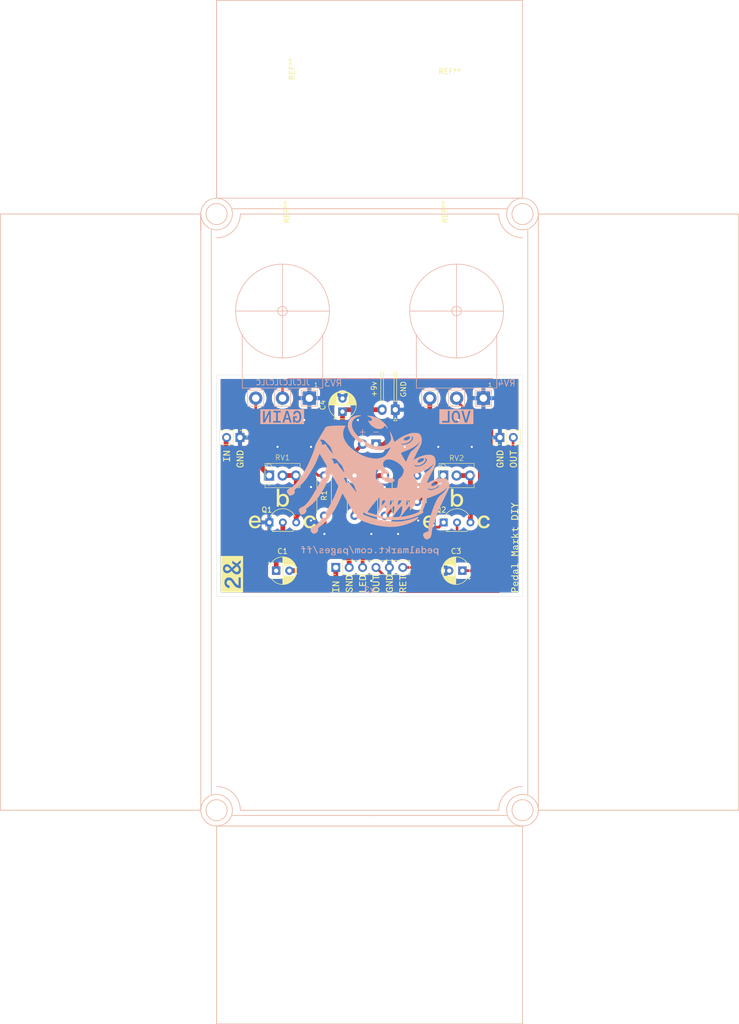
<source format=kicad_pcb>
(kicad_pcb (version 20211014) (generator pcbnew)
  (layers (0 "F.Cu" signal) (31 "B.Cu" signal) (34 "B.Paste" user) (35 "F.Paste" user) (36 "B.SilkS" user "B.Silkscreen") (37 "F.SilkS" user "F.Silkscreen") (38 "B.Mask" user) (39 "F.Mask" user) (44 "Edge.Cuts" user))
  (net 0 "")
  (net 1 "Net-(C1-Pad1)")
  (net 2 "Net-(C2-Pad2)")
  (net 3 "Net-(C2-Pad1)")
  (net 4 "GND")
  (net 5 "+9V")
  (net 6 "LED_GND")
  (net 7 "Net-(D1-Pad2)")
  (net 8 "Net-(Q2-Pad1)")
  (net 9 "IN")
  (net 10 "Net-(C3-Pad1)")
  (net 11 "OUT")
  (net 12 "Net-(Q2-Pad3)")
  (net 13 "FX_IN")
  (net 14 "FX_OUT")
  (net 15 "Net-(Q1-Pad3)")
  (footprint "MBv3 potentiometers:16MM_B.MOUNT_BANZAI" (layer "F.Cu") (at 116.5 78.4)
    (fp_text reference "RV4" (at 9.484 -2.835) (layer "B.SilkS") (effects (font (size 1.2065 1.2065) (thickness 0.1524)) (justify mirror)))
    (fp_text value "A500K" hide)
    (fp_text user "1" (at 6.35 -2.54) (layer "F.SilkS") (effects (font (size 0.77216 0.77216) (thickness 0.097536))))
    (pad "1" thru_hole rect locked (at 5.08 0 180) (size 2.54 2.54) (drill 1.4) (layers *.Cu *.Mask) (net 4 "GND"))
    (pad "2" thru_hole oval locked (at 0 0 180) (size 2.54 2.54) (drill 1.4) (layers *.Cu *.Mask) (net 14 "FX_OUT"))
    (pad "3" thru_hole oval locked (at -5.08 0 180) (size 2.54 2.54) (drill 1.4) (layers *.Cu *.Mask) (net 3 "Net-(C2-Pad1)"))
  )
  (footprint "MBv3 potentiometers:16MM_B.MOUNT_BANZAI" (layer "F.Cu") (at 83.5 78.4)
    (fp_text reference "RV3" (at 9.591 -2.835) (layer "B.SilkS") (effects (font (size 1.2065 1.2065) (thickness 0.1524)) (justify mirror)))
    (fp_text value "B1K" hide)
    (fp_text user "1" (at 6.35 -2.54) (layer "F.SilkS") (effects (font (size 0.77216 0.77216) (thickness 0.097536))))
    (pad "1" thru_hole rect locked (at 5.08 0 180) (size 2.54 2.54) (drill 1.4) (layers *.Cu *.Mask) (net 4 "GND"))
    (pad "2" thru_hole oval locked (at 0 0 180) (size 2.54 2.54) (drill 1.4) (layers *.Cu *.Mask) (net 10 "Net-(C3-Pad1)"))
    (pad "3" thru_hole oval locked (at -5.08 0 180) (size 2.54 2.54) (drill 1.4) (layers *.Cu *.Mask) (net 8 "Net-(Q2-Pad1)"))
  )
  (footprint "pedal-component-footprint:Tayda 6.35mm Jack Side" (layer "F.Cu") (at 84.8 43.1 -90)
    (fp_text reference "REF**" (at 0 0.5 90) (layer "F.SilkS"))
    (fp_text value "Tayda 6.35mm Jack Side")
  )
  (footprint "pedal-component-footprint:Tayda 6.35mm Jack Side" (layer "F.Cu") (at 114.8 43.1 -90)
    (fp_text reference "REF**" (at 0 0.5 90) (layer "F.SilkS"))
    (fp_text value "Tayda 6.35mm Jack Side")
  )
  (footprint "pedal-component-footprint:Tayda 6.35mm Jack Front" (layer "F.Cu") (at 84.8 16 90)
    (fp_text reference "REF**" (at 0 0.5 90) (layer "F.SilkS"))
    (fp_text value "Tayda 6.35mm Jack Front")
  )
  (footprint "pedal-component-footprint:Tayda 6.35mm Jack Front" (layer "F.Cu") (at 115.2 16)
    (fp_text reference "REF**" (at 0 0.5) (layer "F.SilkS"))
    (fp_text value "Tayda 6.35mm Jack Front")
  )
  (footprint "MBv3 enclosures:DC_DRILL" (layer "F.Cu") (at 100 26.1)
    (fp_text reference "" (at 0 0) (layer "F.SilkS") (effects (font (size 1.524 1.524))))
    (fp_text value "" (at 0 0) (layer "F.SilkS") (effects (font (size 1.524 1.524))))
  )
  (footprint "MBv3 enclosures:DC_TOP" (layer "F.Cu") (at 100 38.8)
    (fp_text reference "Ref**" hide)
    (fp_text value "Val**" hide)
  )
  (footprint "MBv3 enclosures:LED" (layer "F.Cu") (at 100 87.3)
    (fp_text reference "Ref**" hide)
    (fp_text value "Val**" hide)
  )
  (footprint "Capacitor_THT:C_Disc_D5.1mm_W3.2mm_P5.00mm" (layer "F.Cu") (at 109.0168 93.0548 -90)
    (fp_text reference "C2" (at 2.5762 -0.0508 90) (layer "F.SilkS"))
    (fp_text value "10n")
    (pad "1" thru_hole circle locked (at 0 0 270) (size 1.6 1.6) (drill 0.8) (layers *.Cu *.Mask) (net 3 "Net-(C2-Pad1)"))
    (pad "2" thru_hole circle locked (at 5 0 270) (size 1.6 1.6) (drill 0.8) (layers *.Cu *.Mask) (net 2 "Net-(C2-Pad2)"))
  )
  (footprint "Capacitor_THT:CP_Radial_D5.0mm_P2.50mm" (layer "F.Cu") (at 94.869 80.961113 90)
    (fp_text reference "C4" (at 1.25 -3.75 90) (layer "F.SilkS"))
    (fp_text value "47u")
    (pad "1" thru_hole rect locked (at 0 0 90) (size 1.6 1.6) (drill 0.8) (layers *.Cu *.Mask) (net 5 "+9V"))
    (pad "2" thru_hole circle locked (at 2.5 0 90) (size 1.6 1.6) (drill 0.8) (layers *.Cu *.Mask) (net 4 "GND"))
  )
  (footprint "Resistor_THT:R_Axial_DIN0207_L6.3mm_D2.5mm_P7.62mm_Horizontal" (layer "F.Cu") (at 91.3892 93.0656 -90)
    (fp_text reference "R1" (at 3.7846 0 90) (layer "F.SilkS"))
    (fp_text value "100K")
    (pad "1" thru_hole circle locked (at 0 0 270) (size 1.6 1.6) (drill 0.8) (layers *.Cu *.Mask) (net 8 "Net-(Q2-Pad1)"))
    (pad "2" thru_hole oval locked (at 7.62 0 270) (size 1.6 1.6) (drill 0.8) (layers *.Cu *.Mask) (net 1 "Net-(C1-Pad1)"))
  )
  (footprint "Resistor_THT:R_Axial_DIN0207_L6.3mm_D2.5mm_P7.62mm_Horizontal" (layer "F.Cu") (at 102.9076 100.6856 90)
    (fp_text reference "R3" (at 3.81 -0.0122 90) (layer "F.SilkS"))
    (fp_text value "470")
    (pad "1" thru_hole circle locked (at 0 0 90) (size 1.6 1.6) (drill 0.8) (layers *.Cu *.Mask) (net 2 "Net-(C2-Pad2)"))
    (pad "2" thru_hole oval locked (at 7.62 0 90) (size 1.6 1.6) (drill 0.8) (layers *.Cu *.Mask) (net 5 "+9V"))
  )
  (footprint "MBv3 potentiometers:Trim_Multi_turns" (layer "F.Cu") (at 116.5 93.0656 180)
    (fp_text reference "RV2" (at 0 3.3) (layer "F.SilkS") (effects (font (thickness 0.1))))
    (fp_text value "100K" hide)
    (fp_text user "1" (at 2.5 -1.5) (layer "F.SilkS") (effects (font (size 0.77216 0.77216) (thickness 0.065024))))
    (pad "1" thru_hole rect locked (at 2.54 0 180) (size 1.9304 1.9304) (drill 1.1) (layers *.Cu *.Mask) (net 2 "Net-(C2-Pad2)"))
    (pad "2" thru_hole oval locked (at 0 0 180) (size 1.9304 1.9304) (drill 1.1) (layers *.Cu *.Mask) (net 12 "Net-(Q2-Pad3)"))
    (pad "3" thru_hole oval locked (at -2.54 0 180) (size 1.9304 1.9304) (drill 1.1) (layers *.Cu *.Mask) (net 12 "Net-(Q2-Pad3)"))
  )
  (footprint "MBv3 enclosures:125B" (layer "F.Cu") (at 100 100)
    (fp_text reference "")
    (fp_text value "")
  )
  (footprint "Capacitor_THT:CP_Radial_D5.0mm_P2.50mm" (layer "F.Cu") (at 117.6 111.0996 180)
    (fp_text reference "C3" (at 1.1918 3.683) (layer "F.SilkS"))
    (fp_text value "22u")
    (pad "1" thru_hole rect locked (at 0 0 180) (size 1.6 1.6) (drill 0.8) (layers *.Cu *.Mask) (net 10 "Net-(C3-Pad1)"))
    (pad "2" thru_hole circle locked (at 2.5 0 180) (size 1.6 1.6) (drill 0.8) (layers *.Cu *.Mask) (net 4 "GND"))
  )
  (footprint "Capacitor_THT:CP_Radial_D5.0mm_P2.50mm" (layer "F.Cu") (at 82.3 111.0996)
    (fp_text reference "C1" (at 1.2 -3.683) (layer "F.SilkS"))
    (fp_text value "2.2u")
    (pad "1" thru_hole rect locked (at 0 0) (size 1.6 1.6) (drill 0.8) (layers *.Cu *.Mask) (net 1 "Net-(C1-Pad1)"))
    (pad "2" thru_hole circle locked (at 2.5 0) (size 1.6 1.6) (drill 0.8) (layers *.Cu *.Mask) (net 13 "FX_IN"))
  )
  (footprint "MBv3 potentiometers:Trim_Multi_turns" (layer "F.Cu") (at 83.5 93.0656 180)
    (fp_text reference "RV1" (at 0 3.4) (layer "F.SilkS") (effects (font (thickness 0.1))))
    (fp_text value "100K" hide)
    (fp_text user "1" (at 2.5 -1.5) (layer "F.SilkS") (effects (font (size 0.77216 0.77216) (thickness 0.065024))))
    (pad "1" thru_hole rect locked (at 2.54 0 180) (size 1.9304 1.9304) (drill 1.1) (layers *.Cu *.Mask) (net 5 "+9V"))
    (pad "2" thru_hole oval locked (at 0 0 180) (size 1.9304 1.9304) (drill 1.1) (layers *.Cu *.Mask) (net 15 "Net-(Q1-Pad3)"))
    (pad "3" thru_hole oval locked (at -2.54 0 180) (size 1.9304 1.9304) (drill 1.1) (layers *.Cu *.Mask) (net 15 "Net-(Q1-Pad3)"))
  )
  (footprint "kibuzzard-6618FEAA" (layer "F.Cu") (at 124.714 89.916 90)
    (fp_text reference "kibuzzard-6618FEAA" hide)
    (fp_text value "G***" hide)
  )
  (footprint "Resistor_THT:R_Axial_DIN0207_L6.3mm_D2.5mm_P7.62mm_Horizontal" (layer "F.Cu") (at 97.1484 93.0656 -90)
    (fp_text reference "R2" (at 3.8354 -0.032 90) (layer "F.SilkS"))
    (fp_text value "Rled")
    (pad "1" thru_hole circle (at 0 0 270) (size 1.6 1.6) (drill 0.8) (layers *.Cu *.Mask) (net 7 "Net-(D1-Pad2)"))
    (pad "2" thru_hole oval (at 7.62 0 270) (size 1.6 1.6) (drill 0.8) (layers *.Cu *.Mask) (net 5 "+9V"))
  )
  (footprint "Connector_JST:JST_XH_S2B-XH-A-1_1x02_P2.50mm_Horizontal" (layer "F.Cu") (at 104.882 80.59 180)
    (fp_text reference "J1" hide)
    (fp_text value "+9v" (at 4.044 3.882 270) (layer "F.SilkS"))
    (pad "1" thru_hole roundrect (at 0 0 180) (size 1.7 2) (drill 1) (layers *.Cu *.Mask) (roundrect_rratio 0.1470588235) (net 4 "GND"))
    (pad "2" thru_hole oval (at 2.5 0 180) (size 1.7 2) (drill 1) (layers *.Cu *.Mask) (net 5 "+9V"))
  )
  (footprint "kibuzzard-6618FE9C" (layer "F.Cu") (at 98.679 113.5634 90)
    (fp_text reference "kibuzzard-6618FE9C" hide)
    (fp_text value "G***" hide)
  )
  (footprint "Connector_PinHeader_2.54mm:PinHeader_1x06_P2.54mm_Vertical" (layer "F.Cu") (at 93.599 110.49 90)
    (fp_text reference "J2" hide)
    (fp_text value "Conn_01x06_Female")
    (pad "1" thru_hole rect (at 0 0 90) (size 1.7 1.7) (drill 1) (layers *.Cu *.Mask) (net 9 "IN"))
    (pad "2" thru_hole oval (at 0 2.54 90) (size 1.7 1.7) (drill 1) (layers *.Cu *.Mask) (net 13 "FX_IN"))
    (pad "3" thru_hole oval (at 0 5.08 90) (size 1.7 1.7) (drill 1) (layers *.Cu *.Mask) (net 6 "LED_GND"))
    (pad "4" thru_hole oval (at 0 7.62 90) (size 1.7 1.7) (drill 1) (layers *.Cu *.Mask) (net 11 "OUT"))
    (pad "5" thru_hole oval (at 0 10.16 90) (size 1.7 1.7) (drill 1) (layers *.Cu *.Mask) (net 4 "GND"))
    (pad "6" thru_hole oval (at 0 12.7 90) (size 1.7 1.7) (drill 1) (layers *.Cu *.Mask) (net 14 "FX_OUT"))
  )
  (footprint "kibuzzard-6618FEB1" (layer "F.Cu") (at 106.299 113.5634 90)
    (fp_text reference "kibuzzard-6618FEB1" hide)
    (fp_text value "G***" hide)
  )
  (footprint "Package_TO_SOT_THT:TO-92L_Inline_Wide" (layer "F.Cu") (at 81.016 101.9556)
    (fp_text reference "Q1" (at -0.498 -2.3876) (layer "F.SilkS"))
    (fp_text value "Q_NPN_EBC")
    (pad "1" thru_hole rect (at 0 0) (size 1.5 1.5) (drill 0.8) (layers *.Cu *.Mask) (net 4 "GND"))
    (pad "2" thru_hole circle (at 2.54 0) (size 1.5 1.5) (drill 0.8) (layers *.Cu *.Mask) (net 1 "Net-(C1-Pad1)"))
    (pad "3" thru_hole circle (at 5.08 0) (size 1.5 1.5) (drill 0.8) (layers *.Cu *.Mask) (net 15 "Net-(Q1-Pad3)"))
  )
  (footprint "kibuzzard-6618FE8B" (layer "F.Cu") (at 93.599 114.173 90)
    (fp_text reference "kibuzzard-6618FE8B" hide)
    (fp_text value "G***" hide)
  )
  (footprint "kibuzzard-6618FEA0" (layer "F.Cu") (at 101.219 113.5634 90)
    (fp_text reference "kibuzzard-6618FEA0" hide)
    (fp_text value "G***" hide)
  )
  (footprint "kibuzzard-6618FB68" (layer "F.Cu") (at 111.252 101.854)
    (fp_text reference "kibuzzard-6618FB68" hide)
    (fp_text value "G***" hide)
  )
  (footprint "kibuzzard-6618FB6D" (layer "F.Cu") (at 116.586 97.282)
    (fp_text reference "kibuzzard-6618FB6D" hide)
    (fp_text value "G***" hide)
  )
  (footprint "kibuzzard-6619005A" (layer "F.Cu") (at 73.914 111.76 90)
    (fp_text reference "kibuzzard-6619005A" hide)
    (fp_text value "G***" hide)
  )
  (footprint "Connector_PinHeader_2.54mm:PinHeader_1x02_P2.54mm_Vertical" (layer "F.Cu") (at 75.438 85.852 -90)
    (fp_text reference "J4" hide)
    (fp_text value "Conn_01x02_Female" hide)
    (pad "1" thru_hole rect (at 0 0 270) (size 1.7 1.7) (drill 1) (layers *.Cu *.Mask) (net 4 "GND"))
    (pad "2" thru_hole oval (at 0 2.54 270) (size 1.7 1.7) (drill 1) (layers *.Cu *.Mask) (net 9 "IN"))
  )
  (footprint "Package_TO_SOT_THT:TO-92L_Inline_Wide" (layer "F.Cu") (at 114.046 101.9556)
    (fp_text reference "Q2" (at -0.508 -2.3876) (layer "F.SilkS"))
    (fp_text value "Q_NPN_EBC")
    (pad "1" thru_hole rect (at 0 0) (size 1.5 1.5) (drill 0.8) (layers *.Cu *.Mask) (net 8 "Net-(Q2-Pad1)"))
    (pad "2" thru_hole circle (at 2.54 0) (size 1.5 1.5) (drill 0.8) (layers *.Cu *.Mask) (net 15 "Net-(Q1-Pad3)"))
    (pad "3" thru_hole circle (at 5.08 0) (size 1.5 1.5) (drill 0.8) (layers *.Cu *.Mask) (net 12 "Net-(Q2-Pad3)"))
  )
  (footprint "kibuzzard-6618FEAA" (layer "F.Cu") (at 103.759 113.5634 90)
    (fp_text reference "kibuzzard-6618FEAA" hide)
    (fp_text value "G***" hide)
  )
  (footprint "kibuzzard-6618FB72" (layer "F.Cu") (at 88.646 101.854)
    (fp_text reference "kibuzzard-6618FB72" hide)
    (fp_text value "G***" hide)
  )
  (footprint "kibuzzard-66190089" (layer "F.Cu") (at 127.508 106.68 90)
    (fp_text reference "kibuzzard-66190089" hide)
    (fp_text value "G***" hide)
  )
  (footprint "kibuzzard-6618FB6D" (layer "F.Cu") (at 83.566 97.282)
    (fp_text reference "kibuzzard-6618FB6D" hide)
    (fp_text value "G***" hide)
  )
  (footprint "kibuzzard-6618FEA0" (layer "F.Cu") (at 127.254 89.916 90)
    (fp_text reference "kibuzzard-6618FEA0" hide)
    (fp_text value "G***" hide)
  )
  (footprint "Connector_PinHeader_2.54mm:PinHeader_1x02_P2.54mm_Vertical" (layer "F.Cu") (at 124.714 85.852 90)
    (fp_text reference "J5" hide)
    (fp_text value "Conn_01x02_Female" hide)
    (pad "1" thru_hole rect (at 0 0 90) (size 1.7 1.7) (drill 1) (layers *.Cu *.Mask) (net 4 "GND"))
    (pad "2" thru_hole oval (at 0 2.54 90) (size 1.7 1.7) (drill 1) (layers *.Cu *.Mask) (net 11 "OUT"))
  )
  (footprint "kibuzzard-6618FB72" (layer "F.Cu") (at 121.666 101.854)
    (fp_text reference "kibuzzard-6618FB72" hide)
    (fp_text value "G***" hide)
  )
  (footprint "kibuzzard-6618FE8B" (layer "F.Cu") (at 72.898 89.408 90)
    (fp_text reference "kibuzzard-6618FE8B" hide)
    (fp_text value "G***" hide)
  )
  (footprint "kibuzzard-6618FEAA" (layer "F.Cu") (at 75.438 89.916 90)
    (fp_text reference "kibuzzard-6618FEAA" hide)
    (fp_text value "G***" hide)
  )
  (footprint "kibuzzard-6618FB68" (layer "F.Cu") (at 78.232 101.854)
    (fp_text reference "kibuzzard-6618FB68" hide)
    (fp_text value "G***" hide)
  )
  (footprint "kibuzzard-6618FE93" (layer "F.Cu") (at 96.139 113.5634 90)
    (fp_text reference "kibuzzard-6618FE93" hide)
    (fp_text value "G***" hide)
  )
  (footprint "graphics:pedalmarkt-logo-30x30" (layer "B.Cu") (at 100.8 95.5 150)
    (fp_text reference "G***" hide)
    (fp_text value "LOGO" hide)
  )
  (footprint "kibuzzard-661903E7" (layer "B.Cu") (at 100.076 114.681 180)
    (fp_text reference "kibuzzard-661903E7" hide)
    (fp_text value "G***" hide)
  )
  (footprint "kibuzzard-661902F7" (layer "B.Cu") (at 83.439 81.915 180)
    (fp_text reference "kibuzzard-661902F7" hide)
    (fp_text value "G***" hide)
  )
  (footprint "kibuzzard-661902B4" (layer "B.Cu") (at 116.459 81.915 180)
    (fp_text reference "kibuzzard-661902B4" hide)
    (fp_text value "G***" hide)
  )
  (footprint "LED_THT:LED_D5.0mm" (layer "B.Cu") (at 101.224 87.122 180)
    (fp_text reference "D1" hide)
    (fp_text value "LED" hide)
    (pad "1" thru_hole rect (at 0 0 180) (size 1.8 1.8) (drill 0.9) (layers *.Cu *.Mask) (net 6 "LED_GND"))
    (pad "2" thru_hole circle (at 2.54 0 180) (size 1.8 1.8) (drill 0.9) (layers *.Cu *.Mask) (net 7 "Net-(D1-Pad2)"))
  )
  (footprint "kibuzzard-6619023A" (layer "B.Cu") (at 100.0252 107.2896 180)
    (fp_text reference "kibuzzard-6619023A" hide)
    (fp_text value "G***" hide)
  )
  (gr_line (start 98.679 84.836) (end 99.187 84.836) (layer "B.SilkS") (width 0.12))
  (gr_line (start 98.679 84.836) (end 98.171 84.836) (layer "B.SilkS") (width 0.12))
  (gr_line (start 101.219 84.836) (end 101.727 84.836) (layer "B.SilkS") (width 0.12))
  (gr_line (start 101.219 84.836) (end 100.711 84.836) (layer "B.SilkS") (width 0.12))
  (gr_line (start 98.679 84.836) (end 98.679 84.328) (layer "B.SilkS") (width 0.12))
  (gr_line (start 98.679 84.836) (end 98.679 85.344) (layer "B.SilkS") (width 0.12))
  (gr_line (start 129 74) (end 71 74) (layer "Edge.Cuts") (width 0.05))
  (gr_line (start 71 116) (end 129 116) (layer "Edge.Cuts") (width 0.05))
  (gr_line (start 129 116) (end 129 74) (layer "Edge.Cuts") (width 0.05))
  (gr_line (start 71 74) (end 71 116) (layer "Edge.Cuts") (width 0.05))
  (gr_text "JLCJLCJLCJLC" (at 83.566 75.438) (layer "B.SilkS") (effects (font (size 1 1)) (justify mirror)))
  (gr_text "GND" (at 106.426 76.708 90) (layer "F.SilkS") (effects (font (size 1 1))))
  (segment (start 82.3 111.0996) (end 82.3 106.803) (width 0.9) (layer "F.Cu") (net 1))
  (segment (start 83.566 105.537) (end 83.556 105.527) (width 0.9) (layer "F.Cu") (net 1))
  (segment (start 91.3892 100.6856) (end 91.3892 102.2858) (width 0.9) (layer "F.Cu") (net 1))
  (segment (start 88.138 105.537) (end 83.566 105.537) (width 0.9) (layer "F.Cu") (net 1))
  (segment (start 91.3892 102.2858) (end 88.138 105.537) (width 0.9) (layer "F.Cu") (net 1))
  (segment (start 82.3 106.803) (end 83.566 105.537) (width 0.9) (layer "F.Cu") (net 1))
  (segment (start 83.556 105.527) (end 83.556 101.9556) (width 0.9) (layer "F.Cu") (net 1))
  (segment (start 105.5384 98.0548) (end 102.9076 100.6856) (width 0.9) (layer "F.Cu") (net 2))
  (segment (start 113.96 93.0656) (end 113.96 93.1116) (width 0.9) (layer "F.Cu") (net 2))
  (segment (start 109.0168 98.0548) (end 105.5384 98.0548) (width 0.9) (layer "F.Cu") (net 2))
  (segment (start 113.96 93.1116) (end 109.0168 98.0548) (width 0.9) (layer "F.Cu") (net 2))
  (segment (start 109.0168 93.0548) (end 109.0168 83.3882) (width 0.9) (layer "F.Cu") (net 3))
  (segment (start 111.42 80.985) (end 111.42 78.4) (width 0.9) (layer "F.Cu") (net 3))
  (segment (start 109.0168 83.3882) (end 111.42 80.985) (width 0.9) (layer "F.Cu") (net 3))
  (via (at 105.41 104.14) (size 0.8) (drill 0.4) (layers "F.Cu" "B.Cu") (net 4))
  (via (at 91.44 104.14) (size 0.8) (drill 0.4) (layers "F.Cu" "B.Cu") (net 4))
  (via (at 102.87 95.25) (size 0.8) (drill 0.4) (layers "F.Cu" "B.Cu") (net 4))
  (via (at 88.9 87.63) (size 0.8) (drill 0.4) (layers "F.Cu" "B.Cu") (net 4))
  (via (at 97.79 82.55) (size 0.8) (drill 0.4) (layers "F.Cu" "B.Cu") (net 4))
  (via (at 100.33 113.03) (size 0.8) (drill 0.4) (layers "F.Cu" "B.Cu") (net 4))
  (via (at 109.22 101.6) (size 0.8) (drill 0.4) (layers "F.Cu" "B.Cu") (net 4))
  (via (at 106.68 87.63) (size 0.8) (drill 0.4) (layers "F.Cu" "B.Cu") (net 4))
  (via (at 88.9 95.25) (size 0.8) (drill 0.4) (layers "F.Cu" "B.Cu") (net 4))
  (via (at 82.55 87.63) (size 0.8) (drill 0.4) (layers "F.Cu" "B.Cu") (net 4))
  (via (at 100.33 104.14) (size 0.8) (drill 0.4) (layers "F.Cu" "B.Cu") (net 4))
  (via (at 119.38 87.63) (size 0.8) (drill 0.4) (layers "F.Cu" "B.Cu") (net 4))
  (via (at 88.9 101.6) (size 0.8) (drill 0.4) (layers "F.Cu" "B.Cu") (net 4))
  (via (at 87.63 82.55) (size 0.8) (drill 0.4) (layers "F.Cu" "B.Cu") (net 4))
  (via (at 109.22 95.25) (size 0.8) (drill 0.4) (layers "F.Cu" "B.Cu") (net 4))
  (via (at 113.03 87.63) (size 0.8) (drill 0.4) (layers "F.Cu" "B.Cu") (net 4))
  (via (at 116.84 82.55) (size 0.8) (drill 0.4) (layers "F.Cu" "B.Cu") (net 4))
  (segment (start 97.1484 97.1484) (end 97.1484 100.6856) (width 0.9) (layer "F.Cu") (net 5))
  (segment (start 79.756 91.8616) (end 80.96 93.0656) (width 0.9) (layer "F.Cu") (net 5))
  (segment (start 75.565 75.438) (end 75.565 82.169) (width 0.9) (layer "F.Cu") (net 5))
  (segment (start 81.026 80.01) (end 81.026 75.438) (width 0.9) (layer "F.Cu") (net 5))
  (segment (start 93.98 83.82) (end 93.98 93.98) (width 0.9) (layer "F.Cu") (net 5))
  (segment (start 75.565 82.169) (end 79.756 86.36) (width 0.9) (layer "F.Cu") (net 5))
  (segment (start 97.1484 100.6856) (end 97.1484 97.6696) (width 0.9) (layer "F.Cu") (net 5))
  (segment (start 101.7524 93.0656) (end 102.9076 93.0656) (width 0.9) (layer "F.Cu") (net 5))
  (segment (start 79.756 86.36) (end 79.756 91.8616) (width 0.9) (layer "F.Cu") (net 5))
  (segment (start 94.488 83.312) (end 92.71 85.09) (width 0.9) (layer "F.Cu") (net 5))
  (segment (start 95.240113 80.59) (end 94.869 80.961113) (width 0.9) (layer "F.Cu") (net 5))
  (segment (start 93.98 93.98) (end 97.1484 97.1484) (width 0.9) (layer "F.Cu") (net 5))
  (segment (start 94.488 83.312) (end 93.98 83.82) (width 0.9) (layer "F.Cu") (net 5))
  (segment (start 94.869 82.931) (end 94.488 83.312) (width 0.9) (layer "F.Cu") (net 5))
  (segment (start 94.869 80.961113) (end 94.869 82.931) (width 0.9) (layer "F.Cu") (net 5))
  (segment (start 97.1484 97.6696) (end 101.7524 93.0656) (width 0.9) (layer "F.Cu") (net 5))
  (segment (start 81.026 75.438) (end 75.565 75.438) (width 0.9) (layer "F.Cu") (net 5))
  (segment (start 102.382 80.59) (end 95.240113 80.59) (width 0.9) (layer "F.Cu") (net 5))
  (segment (start 92.71 85.09) (end 86.106 85.09) (width 0.9) (layer "F.Cu") (net 5))
  (segment (start 86.106 85.09) (end 81.026 80.01) (width 0.9) (layer "F.Cu") (net 5))
  (segment (start 117.221 106.934) (end 120.904 103.251) (width 0.7) (layer "F.Cu") (net 6))
  (segment (start 107.442 82.296) (end 102.616 87.122) (width 0.7) (layer "F.Cu") (net 6))
  (segment (start 98.679 109.093) (end 100.838 106.934) (width 0.7) (layer "F.Cu") (net 6))
  (segment (start 120.904 103.251) (end 120.904 90.678) (width 0.7) (layer "F.Cu") (net 6))
  (segment (start 102.616 87.122) (end 101.224 87.122) (width 0.7) (layer "F.Cu") (net 6))
  (segment (start 114.046 83.82) (end 114.046 76.708) (width 0.7) (layer "F.Cu") (net 6))
  (segment (start 108.458 75.946) (end 107.442 76.962) (width 0.7) (layer "F.Cu") (net 6))
  (segment (start 113.284 75.946) (end 108.458 75.946) (width 0.7) (layer "F.Cu") (net 6))
  (segment (start 100.838 106.934) (end 117.221 106.934) (width 0.7) (layer "F.Cu") (net 6))
  (segment (start 120.904 90.678) (end 114.046 83.82) (width 0.7) (layer "F.Cu") (net 6))
  (segment (start 107.442 76.962) (end 107.442 82.296) (width 0.7) (layer "F.Cu") (net 6))
  (segment (start 114.046 76.708) (end 113.284 75.946) (width 0.7) (layer "F.Cu") (net 6))
  (segment (start 98.679 110.49) (end 98.679 109.093) (width 0.7) (layer "F.Cu") (net 6))
  (segment (start 97.1484 93.0656) (end 97.1484 88.6576) (width 0.7) (layer "F.Cu") (net 7))
  (segment (start 97.1484 88.6576) (end 98.684 87.122) (width 0.7) (layer "F.Cu") (net 7))
  (segment (start 94.742 101.1555) (end 94.742 97.79) (width 0.5) (layer "F.Cu") (net 8))
  (segment (start 90.2716 93.0656) (end 78.42 81.214) (width 0.5) (layer "F.Cu") (net 8))
  (segment (start 91.3892 93.0656) (end 90.2716 93.0656) (width 0.5) (layer "F.Cu") (net 8))
  (segment (start 113.1316 102.87) (end 96.4565 102.87) (width 0.5) (layer "F.Cu") (net 8))
  (segment (start 91.3892 94.4372) (end 91.3892 93.0656) (width 0.5) (layer "F.Cu") (net 8))
  (segment (start 94.742 97.79) (end 91.3892 94.4372) (width 0.5) (layer "F.Cu") (net 8))
  (segment (start 96.4565 102.87) (end 94.742 101.1555) (width 0.5) (layer "F.Cu") (net 8))
  (segment (start 78.42 81.214) (end 78.42 78.4) (width 0.5) (layer "F.Cu") (net 8))
  (segment (start 114.046 101.9556) (end 113.1316 102.87) (width 0.5) (layer "F.Cu") (net 8))
  (segment (start 93.599 113.411) (end 92.202 114.808) (width 0.9) (layer "F.Cu") (net 9))
  (segment (start 72.8 85.95) (end 72.898 85.852) (width 0.9) (layer "F.Cu") (net 9))
  (segment (start 93.599 110.49) (end 93.599 113.411) (width 0.9) (layer "F.Cu") (net 9))
  (segment (start 92.202 114.808) (end 75.946 114.808) (width 0.9) (layer "F.Cu") (net 9))
  (segment (start 75.946 114.808) (end 72.8 111.662) (width 0.9) (layer "F.Cu") (net 9))
  (segment (start 72.8 111.662) (end 72.8 85.95) (width 0.9) (layer "F.Cu") (net 9))
  (segment (start 124.714 76.454) (end 124.714 81.28) (width 0.5) (layer "F.Cu") (net 10))
  (segment (start 123.19 74.93) (end 124.714 76.454) (width 0.5) (layer "F.Cu") (net 10))
  (segment (start 121.0564 111.0996) (end 117.6 111.0996) (width 0.5) (layer "F.Cu") (net 10))
  (segment (start 83.5 78.4) (end 83.5 76.012) (width 0.5) (layer "F.Cu") (net 10))
  (segment (start 124.714 81.28) (end 123.19 82.804) (width 0.5) (layer "F.Cu") (net 10))
  (segment (start 84.582 74.93) (end 123.19 74.93) (width 0.5) (layer "F.Cu") (net 10))
  (segment (start 123.19 108.966) (end 121.0564 111.0996) (width 0.5) (layer "F.Cu") (net 10))
  (segment (start 123.19 82.804) (end 123.19 108.966) (width 0.5) (layer "F.Cu") (net 10))
  (segment (start 83.5 76.012) (end 84.582 74.93) (width 0.5) (layer "F.Cu") (net 10))
  (segment (start 124.46 115.062) (end 127.2 112.322) (width 0.5) (layer "F.Cu") (net 11))
  (segment (start 101.219 110.49) (end 105.791 115.062) (width 0.5) (layer "F.Cu") (net 11))
  (segment (start 127.2 85.906) (end 127.254 85.852) (width 0.5) (layer "F.Cu") (net 11))
  (segment (start 127.2 112.322) (end 127.2 85.906) (width 0.5) (layer "F.Cu") (net 11))
  (segment (start 105.791 115.062) (end 124.46 115.062) (width 0.5) (layer "F.Cu") (net 11))
  (segment (start 119.126 93.1516) (end 119.04 93.0656) (width 0.9) (layer "F.Cu") (net 12))
  (segment (start 119.126 101.9556) (end 119.126 93.1516) (width 0.9) (layer "F.Cu") (net 12))
  (segment (start 116.5 93.0656) (end 119.04 93.0656) (width 0.9) (layer "F.Cu") (net 12))
  (segment (start 84.8 111.0996) (end 88.6714 111.0996) (width 0.9) (layer "F.Cu") (net 13))
  (segment (start 88.6714 111.0996) (end 91.694 108.077) (width 0.9) (layer "F.Cu") (net 13))
  (segment (start 95.123 108.077) (end 96.139 109.093) (width 0.9) (layer "F.Cu") (net 13))
  (segment (start 96.139 109.093) (end 96.139 110.49) (width 0.9) (layer "F.Cu") (net 13))
  (segment (start 91.694 108.077) (end 95.123 108.077) (width 0.9) (layer "F.Cu") (net 13))
  (segment (start 113.03 108.204) (end 118.872 108.204) (width 0.5) (layer "F.Cu") (net 14))
  (segment (start 116.5 78.908) (end 116.5 78.4) (width 0.5) (layer "F.Cu") (net 14))
  (segment (start 106.299 110.49) (end 110.744 110.49) (width 0.5) (layer "F.Cu") (net 14))
  (segment (start 121.92 84.328) (end 116.5 78.908) (width 0.5) (layer "F.Cu") (net 14))
  (segment (start 110.744 110.49) (end 113.03 108.204) (width 0.5) (layer "F.Cu") (net 14))
  (segment (start 118.872 108.204) (end 121.92 105.156) (width 0.5) (layer "F.Cu") (net 14))
  (segment (start 121.92 105.156) (end 121.92 84.328) (width 0.5) (layer "F.Cu") (net 14))
  (segment (start 116.586 103.886) (end 116.586 101.9556) (width 0.5) (layer "F.Cu") (net 15))
  (segment (start 88.646 98.552) (end 92.71 98.552) (width 0.5) (layer "F.Cu") (net 15))
  (segment (start 93.472 99.314) (end 93.472 102.108) (width 0.5) (layer "F.Cu") (net 15))
  (segment (start 86.096 101.102) (end 88.646 98.552) (width 0.5) (layer "F.Cu") (net 15))
  (segment (start 86.096 101.9556) (end 86.096 101.102) (width 0.5) (layer "F.Cu") (net 15))
  (segment (start 93.472 102.108) (end 96.774 105.41) (width 0.5) (layer "F.Cu") (net 15))
  (segment (start 92.71 98.552) (end 93.472 99.314) (width 0.5) (layer "F.Cu") (net 15))
  (segment (start 96.774 105.41) (end 115.062 105.41) (width 0.5) (layer "F.Cu") (net 15))
  (segment (start 86.096 101.9556) (end 86.096 93.1216) (width 0.9) (layer "F.Cu") (net 15))
  (segment (start 115.062 105.41) (end 116.586 103.886) (width 0.5) (layer "F.Cu") (net 15))
  (segment (start 86.04 93.0656) (end 83.5 93.0656) (width 0.9) (layer "F.Cu") (net 15))
  (segment (start 86.096 93.1216) (end 86.04 93.0656) (width 0.9) (layer "F.Cu") (net 15))
  (zone (net 4) (net_name "GND") (layers F&B.Cu) (connect_pads (clearance 0.762)) (min_thickness 0.254) (fill yes (thermal_gap 0.762) (thermal_bridge_width 0.762))
    (polygon (pts (xy 129 116) (xy 71 116) (xy 71 74) (xy 129 74)))
  )
)
</source>
